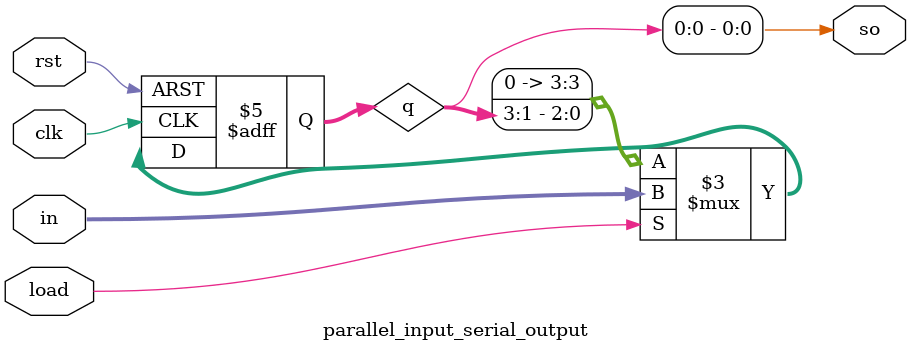
<source format=v>
module parallel_input_serial_output(so,in,load,clk,rst);
output so;
input load,clk,rst;
input [3:0]in;
reg [3:0]q;
always @ (posedge clk or posedge rst)
begin
if(rst)
q<=4'b0;
else if(load)
q<=in;
else
q<={1'b0,q[3:1]};
end
assign so=q[0];
endmodule


</source>
